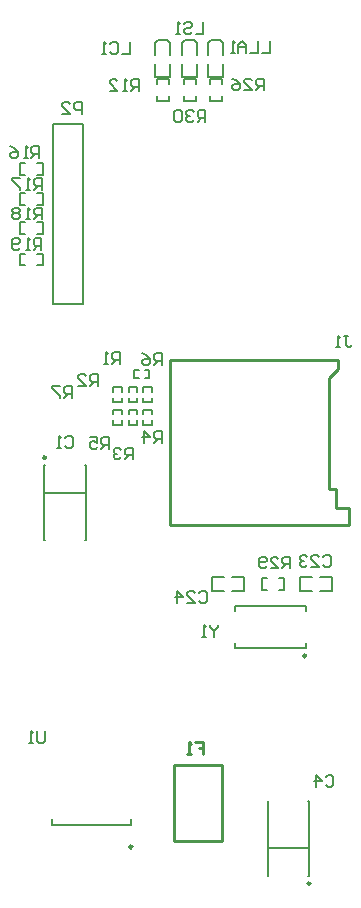
<source format=gbo>
G04 Layer_Color=128*
%FSLAX24Y24*%
%MOIN*%
G70*
G01*
G75*
%ADD28C,0.0079*%
%ADD49C,0.0098*%
%ADD51C,0.0050*%
%ADD52C,0.0060*%
%ADD54C,0.0100*%
D28*
X36535Y25541D02*
Y25738D01*
X33898Y25541D02*
X36535D01*
X33898D02*
Y25738D01*
X41073Y23848D02*
Y26329D01*
X42451Y23848D02*
Y26329D01*
X42431D02*
X42451D01*
X41073D02*
X41093D01*
X41073Y24774D02*
X42451D01*
X42431Y23848D02*
X42451D01*
X41073D02*
X41093D01*
X34919Y42915D02*
Y48915D01*
X33919Y42915D02*
Y48915D01*
X34919D01*
X33919Y42915D02*
X34919D01*
X39980Y31447D02*
Y31604D01*
X42343Y31447D02*
Y31604D01*
Y32667D02*
Y32825D01*
X39980Y32667D02*
Y32825D01*
Y31447D02*
X42343D01*
X39980Y32825D02*
X42343D01*
X35010Y35049D02*
Y37530D01*
X33632Y35049D02*
Y37530D01*
Y35049D02*
X33652D01*
X34990D02*
X35010D01*
X33632Y36604D02*
X35010D01*
X33632Y37530D02*
X33652D01*
X34990D02*
X35010D01*
X39419Y32214D02*
Y32149D01*
X39288Y32018D01*
X39157Y32149D01*
Y32214D01*
X39288Y32018D02*
Y31821D01*
X39026D02*
X38895D01*
X38960D01*
Y32214D01*
X39026Y32149D01*
X33642Y28661D02*
Y28333D01*
X33576Y28268D01*
X33445D01*
X33379Y28333D01*
Y28661D01*
X33248Y28268D02*
X33117D01*
X33183D01*
Y28661D01*
X33248Y28596D01*
X36791Y50000D02*
Y50394D01*
X36595D01*
X36529Y50328D01*
Y50197D01*
X36595Y50131D01*
X36791D01*
X36660D02*
X36529Y50000D01*
X36398D02*
X36267D01*
X36332D01*
Y50394D01*
X36398Y50328D01*
X35807Y50000D02*
X36070D01*
X35807Y50262D01*
Y50328D01*
X35873Y50394D01*
X36004D01*
X36070Y50328D01*
X37549Y38287D02*
Y38681D01*
X37352D01*
X37287Y38615D01*
Y38484D01*
X37352Y38419D01*
X37549D01*
X37418D02*
X37287Y38287D01*
X36959D02*
Y38681D01*
X37156Y38484D01*
X36893D01*
X34547Y39783D02*
Y40177D01*
X34350D01*
X34285Y40111D01*
Y39980D01*
X34350Y39915D01*
X34547D01*
X34416D02*
X34285Y39783D01*
X34154Y40177D02*
X33891D01*
Y40111D01*
X34154Y39849D01*
Y39783D01*
X37539Y40876D02*
Y41270D01*
X37343D01*
X37277Y41204D01*
Y41073D01*
X37343Y41007D01*
X37539D01*
X37408D02*
X37277Y40876D01*
X36883Y41270D02*
X37015Y41204D01*
X37146Y41073D01*
Y40942D01*
X37080Y40876D01*
X36949D01*
X36883Y40942D01*
Y41007D01*
X36949Y41073D01*
X37146D01*
X35797Y38071D02*
Y38464D01*
X35600D01*
X35535Y38399D01*
Y38268D01*
X35600Y38202D01*
X35797D01*
X35666D02*
X35535Y38071D01*
X35141Y38464D02*
X35404D01*
Y38268D01*
X35272Y38333D01*
X35207D01*
X35141Y38268D01*
Y38136D01*
X35207Y38071D01*
X35338D01*
X35404Y38136D01*
X36594Y37726D02*
Y38120D01*
X36398D01*
X36332Y38054D01*
Y37923D01*
X36398Y37858D01*
X36594D01*
X36463D02*
X36332Y37726D01*
X36201Y38054D02*
X36135Y38120D01*
X36004D01*
X35939Y38054D01*
Y37989D01*
X36004Y37923D01*
X36070D01*
X36004D01*
X35939Y37858D01*
Y37792D01*
X36004Y37726D01*
X36135D01*
X36201Y37792D01*
X35413Y40187D02*
Y40581D01*
X35217D01*
X35151Y40515D01*
Y40384D01*
X35217Y40318D01*
X35413D01*
X35282D02*
X35151Y40187D01*
X34757D02*
X35020D01*
X34757Y40449D01*
Y40515D01*
X34823Y40581D01*
X34954D01*
X35020Y40515D01*
X36160Y40900D02*
Y41294D01*
X35963D01*
X35898Y41228D01*
Y41097D01*
X35963Y41031D01*
X36160D01*
X36029D02*
X35898Y40900D01*
X35766D02*
X35635D01*
X35701D01*
Y41294D01*
X35766Y41228D01*
X39000Y48970D02*
Y49364D01*
X38803D01*
X38738Y49298D01*
Y49167D01*
X38803Y49101D01*
X39000D01*
X38869D02*
X38738Y48970D01*
X38606Y49298D02*
X38541Y49364D01*
X38410D01*
X38344Y49298D01*
Y49232D01*
X38410Y49167D01*
X38475D01*
X38410D01*
X38344Y49101D01*
Y49036D01*
X38410Y48970D01*
X38541D01*
X38606Y49036D01*
X38213Y49298D02*
X38147Y49364D01*
X38016D01*
X37950Y49298D01*
Y49036D01*
X38016Y48970D01*
X38147D01*
X38213Y49036D01*
Y49298D01*
X40945Y50030D02*
Y50423D01*
X40748D01*
X40683Y50358D01*
Y50226D01*
X40748Y50161D01*
X40945D01*
X40814D02*
X40683Y50030D01*
X40289D02*
X40551D01*
X40289Y50292D01*
Y50358D01*
X40355Y50423D01*
X40486D01*
X40551Y50358D01*
X39895Y50423D02*
X40027Y50358D01*
X40158Y50226D01*
Y50095D01*
X40092Y50030D01*
X39961D01*
X39895Y50095D01*
Y50161D01*
X39961Y50226D01*
X40158D01*
X41829Y34094D02*
Y34488D01*
X41632D01*
X41567Y34422D01*
Y34291D01*
X41632Y34226D01*
X41829D01*
X41698D02*
X41567Y34094D01*
X41173D02*
X41435D01*
X41173Y34357D01*
Y34422D01*
X41239Y34488D01*
X41370D01*
X41435Y34422D01*
X41042Y34160D02*
X40976Y34094D01*
X40845D01*
X40779Y34160D01*
Y34422D01*
X40845Y34488D01*
X40976D01*
X41042Y34422D01*
Y34357D01*
X40976Y34291D01*
X40779D01*
X33533Y44715D02*
Y45108D01*
X33337D01*
X33271Y45043D01*
Y44911D01*
X33337Y44846D01*
X33533D01*
X33402D02*
X33271Y44715D01*
X33140D02*
X33009D01*
X33074D01*
Y45108D01*
X33140Y45043D01*
X32812Y44780D02*
X32746Y44715D01*
X32615D01*
X32550Y44780D01*
Y45043D01*
X32615Y45108D01*
X32746D01*
X32812Y45043D01*
Y44977D01*
X32746Y44911D01*
X32550D01*
X33543Y45728D02*
Y46122D01*
X33347D01*
X33281Y46056D01*
Y45925D01*
X33347Y45860D01*
X33543D01*
X33412D02*
X33281Y45728D01*
X33150D02*
X33019D01*
X33084D01*
Y46122D01*
X33150Y46056D01*
X32822D02*
X32756Y46122D01*
X32625D01*
X32559Y46056D01*
Y45991D01*
X32625Y45925D01*
X32559Y45860D01*
Y45794D01*
X32625Y45728D01*
X32756D01*
X32822Y45794D01*
Y45860D01*
X32756Y45925D01*
X32822Y45991D01*
Y46056D01*
X32756Y45925D02*
X32625D01*
X33465Y47785D02*
Y48179D01*
X33268D01*
X33202Y48113D01*
Y47982D01*
X33268Y47917D01*
X33465D01*
X33333D02*
X33202Y47785D01*
X33071D02*
X32940D01*
X33005D01*
Y48179D01*
X33071Y48113D01*
X32481Y48179D02*
X32612Y48113D01*
X32743Y47982D01*
Y47851D01*
X32677Y47785D01*
X32546D01*
X32481Y47851D01*
Y47917D01*
X32546Y47982D01*
X32743D01*
X34880Y49230D02*
Y49624D01*
X34683D01*
X34618Y49558D01*
Y49427D01*
X34683Y49361D01*
X34880D01*
X34224Y49230D02*
X34486D01*
X34224Y49492D01*
Y49558D01*
X34290Y49624D01*
X34421D01*
X34486Y49558D01*
X38937Y52293D02*
Y51900D01*
X38675D01*
X38281Y52228D02*
X38347Y52293D01*
X38478D01*
X38543Y52228D01*
Y52162D01*
X38478Y52096D01*
X38347D01*
X38281Y52031D01*
Y51965D01*
X38347Y51900D01*
X38478D01*
X38543Y51965D01*
X38150Y51900D02*
X38019D01*
X38084D01*
Y52293D01*
X38150Y52228D01*
X36486Y51624D02*
Y51230D01*
X36224D01*
X35830Y51558D02*
X35896Y51624D01*
X36027D01*
X36093Y51558D01*
Y51296D01*
X36027Y51230D01*
X35896D01*
X35830Y51296D01*
X35699Y51230D02*
X35568D01*
X35633D01*
Y51624D01*
X35699Y51558D01*
X41152Y51673D02*
Y51280D01*
X40889D01*
X40758Y51673D02*
Y51280D01*
X40496D01*
X40364D02*
Y51542D01*
X40233Y51673D01*
X40102Y51542D01*
Y51280D01*
Y51476D01*
X40364D01*
X39971Y51280D02*
X39840D01*
X39905D01*
Y51673D01*
X39971Y51608D01*
X43618Y41854D02*
X43749D01*
X43683D01*
Y41526D01*
X43749Y41460D01*
X43814D01*
X43880Y41526D01*
X43486Y41460D02*
X43355D01*
X43421D01*
Y41854D01*
X43486Y41788D01*
X43005Y27149D02*
X43071Y27214D01*
X43202D01*
X43268Y27149D01*
Y26886D01*
X43202Y26821D01*
X43071D01*
X43005Y26886D01*
X42677Y26821D02*
Y27214D01*
X42874Y27018D01*
X42612D01*
X34324Y38445D02*
X34390Y38510D01*
X34521D01*
X34587Y38445D01*
Y38182D01*
X34521Y38117D01*
X34390D01*
X34324Y38182D01*
X34193Y38117D02*
X34062D01*
X34127D01*
Y38510D01*
X34193Y38445D01*
X38783Y33261D02*
X38848Y33327D01*
X38980D01*
X39045Y33261D01*
Y32999D01*
X38980Y32933D01*
X38848D01*
X38783Y32999D01*
X38389Y32933D02*
X38652D01*
X38389Y33195D01*
Y33261D01*
X38455Y33327D01*
X38586D01*
X38652Y33261D01*
X38061Y32933D02*
Y33327D01*
X38258Y33130D01*
X37996D01*
X42927Y34462D02*
X42992Y34527D01*
X43123D01*
X43189Y34462D01*
Y34199D01*
X43123Y34134D01*
X42992D01*
X42927Y34199D01*
X42533Y34134D02*
X42795D01*
X42533Y34396D01*
Y34462D01*
X42599Y34527D01*
X42730D01*
X42795Y34462D01*
X42402D02*
X42336Y34527D01*
X42205D01*
X42139Y34462D01*
Y34396D01*
X42205Y34331D01*
X42271D01*
X42205D01*
X42139Y34265D01*
Y34199D01*
X42205Y34134D01*
X42336D01*
X42402Y34199D01*
X33553Y46703D02*
Y47096D01*
X33356D01*
X33291Y47031D01*
Y46900D01*
X33356Y46834D01*
X33553D01*
X33422D02*
X33291Y46703D01*
X33160D02*
X33028D01*
X33094D01*
Y47096D01*
X33160Y47031D01*
X32832Y47096D02*
X32569D01*
Y47031D01*
X32832Y46768D01*
Y46703D01*
D49*
X36567Y24813D02*
G03*
X36567Y24813I-49J0D01*
G01*
X42500Y23593D02*
G03*
X42500Y23593I-49J0D01*
G01*
X42359Y31182D02*
G03*
X42359Y31182I-49J0D01*
G01*
X33681Y37785D02*
G03*
X33681Y37785I-49J0D01*
G01*
D51*
X37329Y50473D02*
X37829D01*
X37329Y51623D02*
X37429Y51723D01*
X37729D02*
X37829Y51623D01*
X37429Y51723D02*
X37729D01*
X37829Y51223D02*
Y51623D01*
Y50473D02*
Y50923D01*
X37329Y51223D02*
Y51623D01*
Y50473D02*
Y50923D01*
X39100Y50473D02*
X39600D01*
X39100Y51623D02*
X39200Y51723D01*
X39500D02*
X39600Y51623D01*
X39200Y51723D02*
X39500D01*
X39600Y51223D02*
Y51623D01*
Y50473D02*
Y50923D01*
X39100Y51223D02*
Y51623D01*
Y50473D02*
Y50923D01*
X38215Y50473D02*
X38715D01*
X38215Y51623D02*
X38315Y51723D01*
X38615D02*
X38715Y51623D01*
X38315Y51723D02*
X38615D01*
X38715Y51223D02*
Y51623D01*
Y50473D02*
Y50923D01*
X38215Y51223D02*
Y51623D01*
Y50473D02*
Y50923D01*
X42156Y33346D02*
Y33819D01*
Y33346D02*
X42549D01*
X42156Y33819D02*
X42549D01*
X42825Y33346D02*
X43218D01*
Y33819D01*
X42825D02*
X43218D01*
X39213Y33337D02*
Y33809D01*
Y33337D02*
X39606D01*
X39213Y33809D02*
X39606D01*
X39882Y33337D02*
X40276D01*
Y33809D01*
X39882D02*
X40276D01*
D52*
X40876Y33366D02*
X41053D01*
X40876D02*
Y33760D01*
X41053D01*
X41447D02*
X41624D01*
Y33366D02*
Y33760D01*
X41447Y33366D02*
X41624D01*
X37382Y50246D02*
Y50423D01*
X37776D01*
Y50246D02*
Y50423D01*
Y49675D02*
Y49852D01*
X37382Y49675D02*
X37776D01*
X37382D02*
Y49852D01*
X38278Y50246D02*
Y50423D01*
X38671D01*
Y50246D02*
Y50423D01*
Y49675D02*
Y49852D01*
X38278Y49675D02*
X38671D01*
X38278D02*
Y49852D01*
X33396Y44587D02*
X33573D01*
Y44193D02*
Y44587D01*
X33396Y44193D02*
X33573D01*
X32825D02*
X33002D01*
X32825D02*
Y44587D01*
X33002D01*
X32825Y45236D02*
X33002D01*
X32825D02*
Y45630D01*
X33002D01*
X33396D02*
X33573D01*
Y45236D02*
Y45630D01*
X33396Y45236D02*
X33573D01*
X32825Y47215D02*
X33002D01*
X32825D02*
Y47608D01*
X33002D01*
X33396D02*
X33573D01*
Y47215D02*
Y47608D01*
X33396Y47215D02*
X33573D01*
X37205Y39980D02*
Y40138D01*
X36929D02*
X37205D01*
X36929Y39980D02*
Y40138D01*
Y39626D02*
Y39783D01*
Y39626D02*
X37205D01*
Y39783D01*
X36211Y39232D02*
Y39390D01*
X35935D02*
X36211D01*
X35935Y39232D02*
Y39390D01*
Y38878D02*
Y39035D01*
Y38878D02*
X36211D01*
Y39035D01*
X36722Y39232D02*
Y39390D01*
X36447D02*
X36722D01*
X36447Y39232D02*
Y39390D01*
Y38878D02*
Y39035D01*
Y38878D02*
X36722D01*
Y39035D01*
X37205Y39232D02*
Y39390D01*
X36929D02*
X37205D01*
X36929Y39232D02*
Y39390D01*
Y38878D02*
Y39035D01*
Y38878D02*
X37205D01*
Y39035D01*
X36211Y39980D02*
Y40138D01*
X35935D02*
X36211D01*
X35935Y39980D02*
Y40138D01*
Y39626D02*
Y39783D01*
Y39626D02*
X36211D01*
Y39783D01*
X36722Y39980D02*
Y40138D01*
X36447D02*
X36722D01*
X36447Y39980D02*
Y40138D01*
Y39626D02*
Y39783D01*
Y39626D02*
X36722D01*
Y39783D01*
X36624Y40718D02*
X36781D01*
X36624Y40443D02*
Y40718D01*
Y40443D02*
X36781D01*
X36978D02*
X37136D01*
Y40718D01*
X36978D02*
X37136D01*
X39154Y50246D02*
Y50423D01*
X39547D01*
Y50246D02*
Y50423D01*
Y49675D02*
Y49852D01*
X39154Y49675D02*
X39547D01*
X39154D02*
Y49852D01*
X32825Y46211D02*
X33002D01*
X32825D02*
Y46604D01*
X33002D01*
X33396D02*
X33573D01*
Y46211D02*
Y46604D01*
X33396Y46211D02*
X33573D01*
D54*
X43130Y36752D02*
X43366D01*
Y36106D02*
Y36752D01*
X43130D02*
Y40453D01*
X37815Y41043D02*
X43406D01*
X37815Y35531D02*
Y41043D01*
Y35531D02*
X43799D01*
Y36106D01*
X43366D02*
X43799D01*
X43130Y40453D02*
X43406Y40728D01*
Y41043D01*
X39560Y24999D02*
Y27539D01*
X37950Y24999D02*
X39560D01*
X37950D02*
Y27539D01*
X39560D01*
X38665Y28297D02*
X38927D01*
Y28100D01*
X38796D01*
X38927D01*
Y27904D01*
X38534D02*
X38402D01*
X38468D01*
Y28297D01*
X38534Y28232D01*
M02*

</source>
